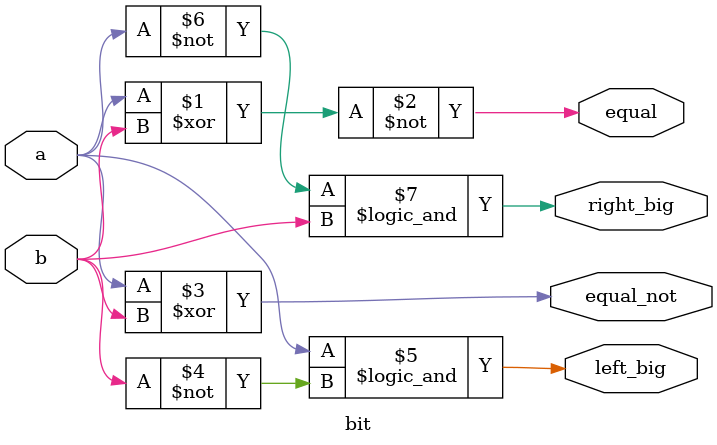
<source format=v>
`timescale 1ns / 1ps

module bit(
    input a,
    input b,
    output equal,
    output equal_not,
    output left_big,
    output right_big
    );
    
assign equal = ~(a^b);
assign equal_not = a^b;
assign left_big = a&&(~b);
assign right_big = (~a)&&b;
    
endmodule
</source>
